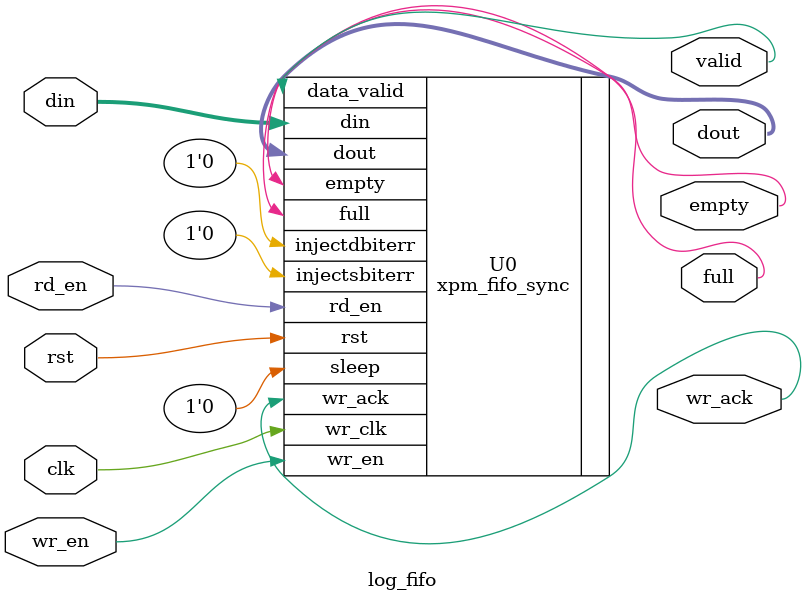
<source format=sv>
/*
	This Source Code Form is subject to the terms of the Mozilla Public
	License, v. 2.0. If a copy of the MPL was not distributed with this
	file, You can obtain one at https://mozilla.org/MPL/2.0/.
*/

module log_fifo #(parameter C_LOG_FIFO_SIZE = 4096)
(
	input logic clk,
	input logic rst,

	output logic wr_ack,
	output logic valid,

	output logic full,
	input logic [201:0] din,
	input logic wr_en,

	output logic empty,
	output logic [201:0] dout,
	input logic rd_en
);
	xpm_fifo_sync
	#(
		.DOUT_RESET_VALUE("0"),
		.ECC_MODE("no_ecc"),
		.FIFO_MEMORY_TYPE("block"),
		.FIFO_READ_LATENCY(1),
		.FIFO_WRITE_DEPTH(C_LOG_FIFO_SIZE),
		.FULL_RESET_VALUE(0),
		.PROG_EMPTY_THRESH(10),
		.PROG_FULL_THRESH(10),
		.RD_DATA_COUNT_WIDTH(1),
		.READ_DATA_WIDTH(202),
		.READ_MODE("std"),
		.USE_ADV_FEATURES("1010"),
		.WAKEUP_TIME(0),
		.WRITE_DATA_WIDTH(202),
		.WR_DATA_COUNT_WIDTH(1)
	)
	U0
	(
		.wr_clk(clk),
		.rst(rst),

		.wr_ack(wr_ack),
		.data_valid(valid),

		.full(full),
		.din(din),
		.wr_en(wr_en),

		.empty(empty),
		.dout(dout),
		.rd_en(rd_en),

		.injectdbiterr(1'b0),
		.injectsbiterr(1'b0),
		.sleep(1'b0)
	);
endmodule

</source>
